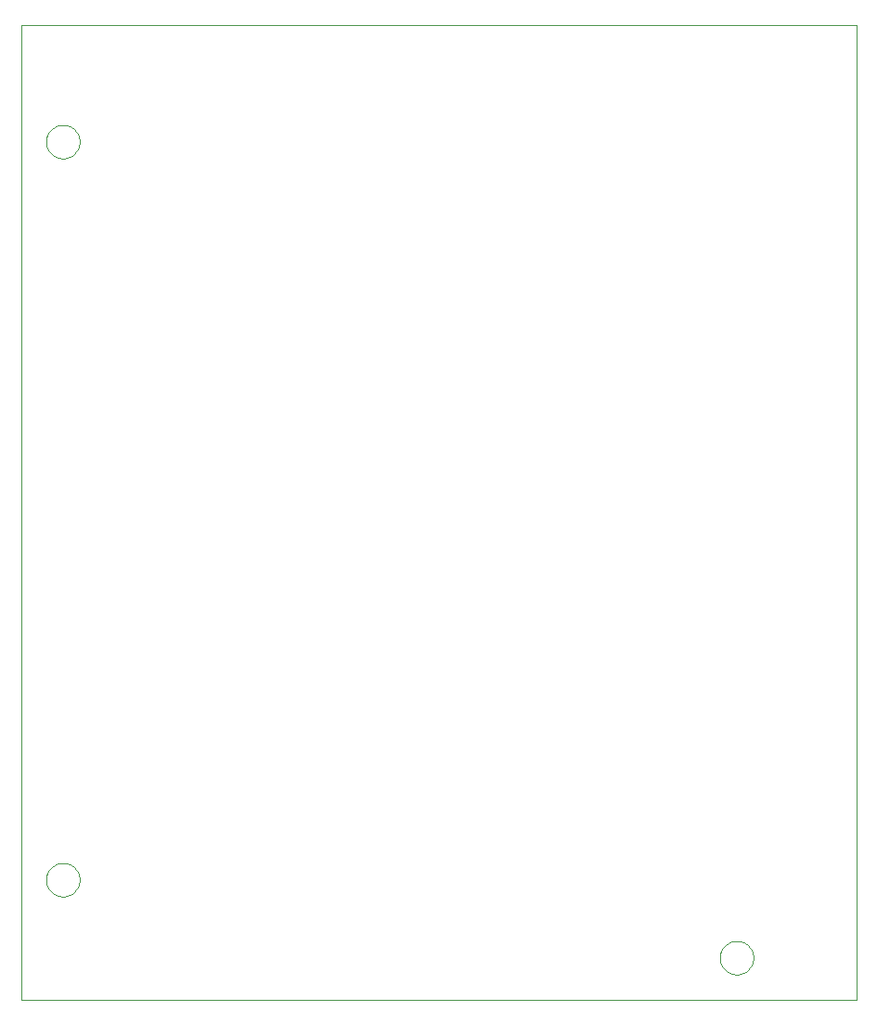
<source format=gko>
%FSDAX24Y24*%
%MOIN*%
%SFA1B1*%

%IPPOS*%
%ADD84C,0.001000*%
%LNmotherboard-1*%
%LPD*%
G54D84*
X036302Y011500D02*
D01*
X036300Y011541*
X036296Y011583*
X036288Y011625*
X036278Y011665*
X036265Y011705*
X036249Y011744*
X036231Y011782*
X036210Y011819*
X036187Y011853*
X036161Y011886*
X036133Y011918*
X036102Y011947*
X036070Y011974*
X036036Y011999*
X036001Y012021*
X035963Y012041*
X035925Y012058*
X035886Y012072*
X035845Y012084*
X035804Y012092*
X035762Y012098*
X035721Y012101*
X035678*
X035637Y012098*
X035595Y012092*
X035554Y012084*
X035513Y012072*
X035474Y012058*
X035436Y012041*
X035399Y012021*
X035363Y011999*
X035329Y011974*
X035297Y011947*
X035266Y011918*
X035238Y011886*
X035212Y011853*
X035189Y011819*
X035168Y011782*
X035150Y011744*
X035134Y011705*
X035121Y011665*
X035111Y011625*
X035103Y011583*
X035099Y011541*
X035098Y011500*
X035099Y011458*
X035103Y011416*
X035111Y011374*
X035121Y011334*
X035134Y011294*
X035150Y011255*
X035168Y011217*
X035189Y011180*
X035212Y011146*
X035238Y011113*
X035266Y011081*
X035297Y011052*
X035329Y011025*
X035363Y011000*
X035399Y010978*
X035436Y010958*
X035474Y010941*
X035513Y010927*
X035554Y010915*
X035595Y010907*
X035637Y010901*
X035678Y010898*
X035721*
X035762Y010901*
X035804Y010907*
X035845Y010915*
X035886Y010927*
X035925Y010941*
X035963Y010958*
X036001Y010978*
X036036Y011000*
X036070Y011025*
X036102Y011052*
X036133Y011081*
X036161Y011113*
X036187Y011146*
X036210Y011180*
X036231Y011217*
X036249Y011255*
X036265Y011294*
X036278Y011334*
X036288Y011374*
X036296Y011416*
X036300Y011458*
X036302Y011500*
X012102Y014300D02*
D01*
X012100Y014341*
X012096Y014383*
X012088Y014425*
X012078Y014465*
X012065Y014505*
X012049Y014544*
X012031Y014582*
X012010Y014619*
X011987Y014653*
X011961Y014686*
X011933Y014718*
X011902Y014747*
X011870Y014774*
X011836Y014799*
X011801Y014821*
X011763Y014841*
X011725Y014858*
X011686Y014872*
X011645Y014884*
X011604Y014892*
X011562Y014898*
X011521Y014901*
X011478*
X011437Y014898*
X011395Y014892*
X011354Y014884*
X011313Y014872*
X011274Y014858*
X011236Y014841*
X011199Y014821*
X011163Y014799*
X011129Y014774*
X011097Y014747*
X011066Y014718*
X011038Y014686*
X011012Y014653*
X010989Y014619*
X010968Y014582*
X010950Y014544*
X010934Y014505*
X010921Y014465*
X010911Y014425*
X010903Y014383*
X010899Y014341*
X010898Y014300*
X010899Y014258*
X010903Y014216*
X010911Y014174*
X010921Y014134*
X010934Y014094*
X010950Y014055*
X010968Y014017*
X010989Y013980*
X011012Y013946*
X011038Y013913*
X011066Y013881*
X011097Y013852*
X011129Y013825*
X011163Y013800*
X011199Y013778*
X011236Y013758*
X011274Y013741*
X011313Y013727*
X011354Y013715*
X011395Y013707*
X011437Y013701*
X011478Y013698*
X011521*
X011562Y013701*
X011604Y013707*
X011645Y013715*
X011686Y013727*
X011725Y013741*
X011763Y013758*
X011801Y013778*
X011836Y013800*
X011870Y013825*
X011902Y013852*
X011933Y013881*
X011961Y013913*
X011987Y013946*
X012010Y013980*
X012031Y014017*
X012049Y014055*
X012065Y014094*
X012078Y014134*
X012088Y014174*
X012096Y014216*
X012100Y014258*
X012102Y014300*
Y040800D02*
D01*
X012100Y040841*
X012096Y040883*
X012088Y040925*
X012078Y040965*
X012065Y041005*
X012049Y041044*
X012031Y041082*
X012010Y041119*
X011987Y041153*
X011961Y041186*
X011933Y041218*
X011902Y041247*
X011870Y041274*
X011836Y041299*
X011801Y041321*
X011763Y041341*
X011725Y041358*
X011686Y041372*
X011645Y041384*
X011604Y041392*
X011562Y041398*
X011521Y041401*
X011478*
X011437Y041398*
X011395Y041392*
X011354Y041384*
X011313Y041372*
X011274Y041358*
X011236Y041341*
X011199Y041321*
X011163Y041299*
X011129Y041274*
X011097Y041247*
X011066Y041218*
X011038Y041186*
X011012Y041153*
X010989Y041119*
X010968Y041082*
X010950Y041044*
X010934Y041005*
X010921Y040965*
X010911Y040925*
X010903Y040883*
X010899Y040841*
X010898Y040800*
X010899Y040758*
X010903Y040716*
X010911Y040674*
X010921Y040634*
X010934Y040594*
X010950Y040555*
X010968Y040517*
X010989Y040480*
X011012Y040446*
X011038Y040413*
X011066Y040381*
X011097Y040352*
X011129Y040325*
X011163Y040300*
X011199Y040278*
X011236Y040258*
X011274Y040241*
X011313Y040227*
X011354Y040215*
X011395Y040207*
X011437Y040201*
X011478Y040198*
X011521*
X011562Y040201*
X011604Y040207*
X011645Y040215*
X011686Y040227*
X011725Y040241*
X011763Y040258*
X011801Y040278*
X011836Y040300*
X011870Y040325*
X011902Y040352*
X011933Y040381*
X011961Y040413*
X011987Y040446*
X012010Y040480*
X012031Y040517*
X012049Y040555*
X012065Y040594*
X012078Y040634*
X012088Y040674*
X012096Y040716*
X012100Y040758*
X012102Y040800*
X010000Y010000D02*
Y045000D01*
X040000*
Y010000D02*
Y045000D01*
X010000Y010000D02*
X040000D01*
M02*
</source>
